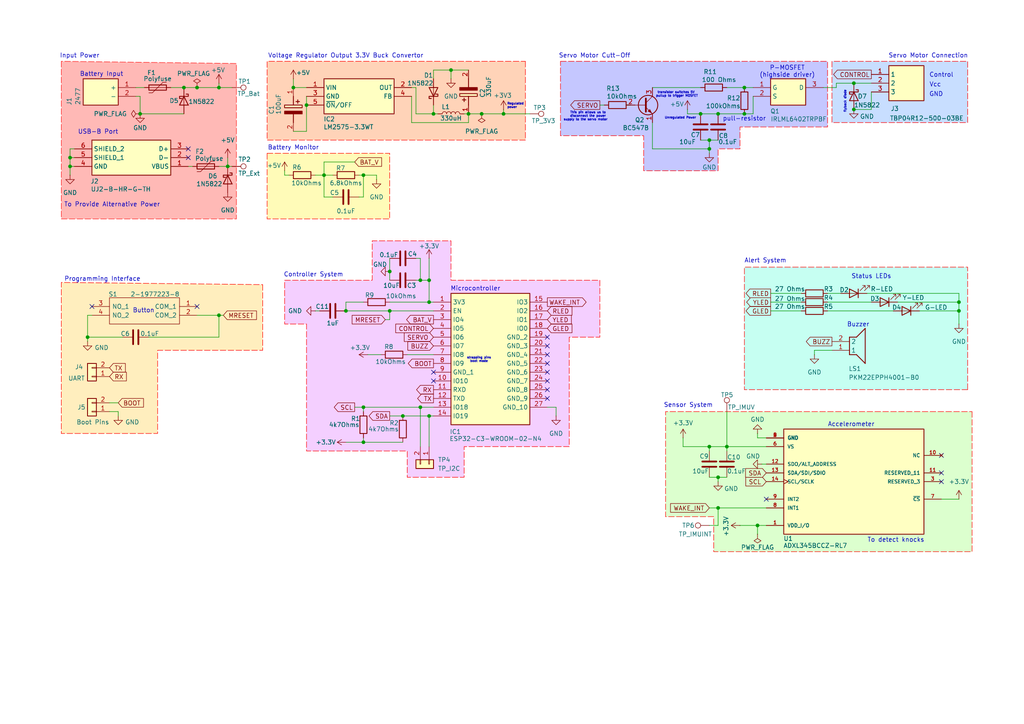
<source format=kicad_sch>
(kicad_sch (version 20250114) (generator "eeschema") (generator_version "9.0")
  (paper "A4")
  (title_block (title "KnockLockSchematic") (date "2025-11-02") (rev "2.1") (company "HSRW") (comment 1 "Group 04"))
  (text "Voltage Regulator Output 3.3V Buck Convertor\n" (at 77.724 16.256 0) (effects (font (size 1.27 1.27)) (justify left)))
  (text "Vcc\n" (at 271.272 24.638 0) (effects (font (size 1.27 1.27))))
  (text "Battery Input" (at 29.464 21.59 0) (effects (font (size 1.27 1.27))))
  (text "P-MOSFET\n(highside driver)\n" (at 228.346 20.828 0) (effects (font (size 1.27 1.27))))
  (text "Controller System\n\n" (at 90.932 80.772 0) (effects (font (size 1.27 1.27))))
  (text "To detect knocks" (at 259.842 156.718 0) (effects (font (size 1.27 1.27))))
  (text "Control\n" (at 273.05 21.844 0) (effects (font (size 1.27 1.27))))
  (text "Button" (at 41.656 90.17 0) (effects (font (size 1.27 1.27))))
  (text "Programming Interface" (at 29.718 81.026 0) (effects (font (size 1.27 1.27))))
  (text "flyback diode" (at 245.11 29.464 90) (effects (font (size 0.635 0.635))))
  (text "strapping pins\nboot mode" (at 138.938 104.394 0) (effects (font (size 0.635 0.635))))
  (text "Unregulated Power" (at 197.358 34.29 0) (effects (font (size 0.635 0.635))))
  (text "Servo Motor Cutt-Off\n" (at 172.466 16.256 0) (effects (font (size 1.27 1.27))))
  (text "Regulated \npower" (at 147.066 30.734 0) (effects (font (size 0.635 0.635)) (justify left)))
  (text "Sensor System" (at 199.644 117.602 0) (effects (font (size 1.27 1.27))))
  (text "GND\n" (at 271.526 27.432 0) (effects (font (size 1.27 1.27))))
  (text "Buzzer\n" (at 248.92 94.234 0) (effects (font (size 1.27 1.27))))
  (text "transistor switches 5V \npullup to trigger MOSFET" (at 196.342 27.432 0) (effects (font (size 0.635 0.635))))
  (text "Alert System" (at 221.996 75.692 0) (effects (font (size 1.27 1.27))))
  (text "Servo Motor Connection\n" (at 269.24 16.256 0) (effects (font (size 1.27 1.27))))
  (text "This pin allows us to \ndisconnect the power \nsupply to the servo motor" (at 176.276 33.782 0) (effects (font (size 0.635 0.635)) (justify right)))
  (text "Input Power" (at 23.114 16.256 0) (effects (font (size 1.27 1.27))))
  (text "Microcontroller" (at 137.922 83.82 0) (effects (font (size 1.27 1.27))))
  (text "Accelerometer" (at 246.888 123.19 0) (effects (font (size 1.27 1.27))))
  (text "Battery Monitor" (at 85.09 42.926 0) (effects (font (size 1.27 1.27))))
  (text "Status LEDs" (at 252.73 80.264 0) (effects (font (size 1.27 1.27))))
  (text "To Provide Alternative Power" (at 32.512 59.436 0) (effects (font (size 1.27 1.27))))
  (text "USB-B Port" (at 28.448 38.354 0) (effects (font (size 1.27 1.27))))
  (text "pull-resistor" (at 215.9 34.544 0) (effects (font (size 1.27 1.27))))
  (junction (at 116.84 120.65))
  (junction (at 278.13 87.63))
  (junction (at 57.15 25.4))
  (junction (at 40.64 33.02))
  (junction (at 139.7 33.02))
  (junction (at 121.92 81.28))
  (junction (at 20.32 48.26))
  (junction (at 208.28 33.02))
  (junction (at 105.41 128.27))
  (junction (at 219.71 152.4))
  (junction (at 88.9 30.48))
  (junction (at 124.46 81.28))
  (junction (at 85.09 25.4))
  (junction (at 247.65 31.75))
  (junction (at 66.04 48.26))
  (junction (at 208.28 138.43))
  (junction (at 105.41 50.8))
  (junction (at 63.5 91.44))
  (junction (at 278.13 90.17))
  (junction (at 105.41 118.11))
  (junction (at 20.32 45.72))
  (junction (at 25.4 97.79))
  (junction (at 146.05 33.02))
  (junction (at 93.98 50.8))
  (junction (at 63.5 25.4))
  (junction (at 130.81 20.32))
  (junction (at 100.33 90.17))
  (junction (at 203.2 33.02))
  (junction (at 113.03 78.74))
  (junction (at 113.03 90.17))
  (junction (at 121.92 118.11))
  (junction (at 124.46 87.63))
  (junction (at 135.89 33.02))
  (junction (at 208.28 147.32))
  (junction (at 215.9 25.4))
  (junction (at 205.74 43.18))
  (junction (at 205.74 129.54))
  (junction (at 125.73 33.02))
  (junction (at 210.82 129.54))
  (junction (at 247.65 24.13))
  (junction (at 205.74 40.64))
  (junction (at 124.46 120.65))
  (junction (at 53.34 25.4))
  (junction (at 215.9 33.02))
  (no_connect (at 158.75 97.79))
  (no_connect (at 54.61 43.18))
  (no_connect (at 158.75 110.49))
  (no_connect (at 26.67 88.9))
  (no_connect (at 273.05 137.16))
  (no_connect (at 158.75 113.03))
  (no_connect (at 125.73 107.95))
  (no_connect (at 158.75 102.87))
  (no_connect (at 125.73 110.49))
  (no_connect (at 54.61 45.72))
  (no_connect (at 273.05 132.08))
  (no_connect (at 158.75 105.41))
  (no_connect (at 158.75 100.33))
  (no_connect (at 158.75 107.95))
  (no_connect (at 57.15 88.9))
  (no_connect (at 222.25 144.78))
  (no_connect (at 273.05 139.7))
  (no_connect (at 158.75 115.57))
  (wire (pts (xy 25.4 97.79) (xy 35.56 97.79)))
  (wire (pts (xy 199.39 31.75) (xy 199.39 33.02)))
  (wire (pts (xy 63.5 25.4) (xy 63.5 24.13)))
  (wire (pts (xy 208.28 138.43) (xy 208.28 139.7)))
  (wire (pts (xy 240.03 85.09) (xy 243.84 85.09)))
  (wire (pts (xy 189.23 35.56) (xy 189.23 43.18)))
  (wire (pts (xy 113.03 90.17) (xy 125.73 90.17)))
  (wire (pts (xy 121.92 81.28) (xy 124.46 81.28)))
  (wire (pts (xy 215.9 25.4) (xy 218.44 25.4)))
  (wire (pts (xy 139.7 33.02) (xy 146.05 33.02)))
  (wire (pts (xy 121.92 118.11) (xy 125.73 118.11)))
  (wire (pts (xy 205.74 44.45) (xy 205.74 43.18)))
  (wire (pts (xy 85.09 38.1) (xy 88.9 38.1)))
  (wire (pts (xy 57.15 25.4) (xy 63.5 25.4)))
  (wire (pts (xy 181.61 30.48) (xy 182.88 30.48)))
  (wire (pts (xy 104.14 57.15) (xy 105.41 57.15)))
  (wire (pts (xy 208.28 138.43) (xy 210.82 138.43)))
  (wire (pts (xy 125.73 20.32) (xy 130.81 20.32)))
  (wire (pts (xy 26.67 91.44) (xy 25.4 91.44)))
  (wire (pts (xy 100.33 87.63) (xy 100.33 90.17)))
  (wire (pts (xy 40.64 33.02) (xy 53.34 33.02)))
  (wire (pts (xy 102.87 118.11) (xy 105.41 118.11)))
  (wire (pts (xy 21.59 43.18) (xy 20.32 43.18)))
  (wire (pts (xy 120.65 25.4) (xy 120.65 33.02)))
  (wire (pts (xy 105.41 127) (xy 105.41 128.27)))
  (wire (pts (xy 40.64 27.94) (xy 40.64 33.02)))
  (wire (pts (xy 242.57 24.13) (xy 247.65 24.13)))
  (wire (pts (xy 113.03 120.65) (xy 116.84 120.65)))
  (wire (pts (xy 252.73 31.75) (xy 247.65 31.75)))
  (wire (pts (xy 173.99 30.48) (xy 175.26 30.48)))
  (wire (pts (xy 82.55 49.53) (xy 82.55 50.8)))
  (wire (pts (xy 242.57 24.13) (xy 242.57 25.4)))
  (wire (pts (xy 20.32 45.72) (xy 20.32 48.26)))
  (wire (pts (xy 215.9 33.02) (xy 218.44 33.02)))
  (wire (pts (xy 25.4 97.79) (xy 25.4 99.06)))
  (wire (pts (xy 135.89 33.02) (xy 135.89 35.56)))
  (wire (pts (xy 198.12 127) (xy 198.12 129.54)))
  (wire (pts (xy 273.05 144.78) (xy 278.13 144.78)))
  (wire (pts (xy 205.74 147.32) (xy 208.28 147.32)))
  (wire (pts (xy 43.18 97.79) (xy 63.5 97.79)))
  (wire (pts (xy 64.77 91.44) (xy 63.5 91.44)))
  (wire (pts (xy 100.33 90.17) (xy 113.03 90.17)))
  (wire (pts (xy 119.38 35.56) (xy 135.89 35.56)))
  (wire (pts (xy 205.74 152.4) (xy 208.28 152.4)))
  (wire (pts (xy 203.2 33.02) (xy 208.28 33.02)))
  (wire (pts (xy 105.41 119.38) (xy 105.41 118.11)))
  (wire (pts (xy 20.32 45.72) (xy 21.59 45.72)))
  (wire (pts (xy 113.03 74.93) (xy 113.03 78.74)))
  (wire (pts (xy 189.23 43.18) (xy 205.74 43.18)))
  (wire (pts (xy 266.7 90.17) (xy 278.13 90.17)))
  (wire (pts (xy 67.31 48.26) (xy 66.04 48.26)))
  (wire (pts (xy 205.74 129.54) (xy 210.82 129.54)))
  (wire (pts (xy 208.28 147.32) (xy 222.25 147.32)))
  (wire (pts (xy 219.71 125.73) (xy 219.71 127)))
  (wire (pts (xy 161.29 118.11) (xy 161.29 120.65)))
  (wire (pts (xy 199.39 33.02) (xy 203.2 33.02)))
  (wire (pts (xy 124.46 81.28) (xy 124.46 87.63)))
  (wire (pts (xy 104.14 50.8) (xy 105.41 50.8)))
  (wire (pts (xy 53.34 25.4) (xy 57.15 25.4)))
  (wire (pts (xy 130.81 20.32) (xy 130.81 22.86)))
  (wire (pts (xy 39.37 25.4) (xy 41.91 25.4)))
  (wire (pts (xy 135.89 33.02) (xy 139.7 33.02)))
  (wire (pts (xy 100.33 128.27) (xy 105.41 128.27)))
  (wire (pts (xy 125.73 30.48) (xy 125.73 33.02)))
  (wire (pts (xy 251.46 85.09) (xy 278.13 85.09)))
  (wire (pts (xy 31.75 119.38) (xy 34.29 119.38)))
  (wire (pts (xy 102.87 46.99) (xy 93.98 46.99)))
  (wire (pts (xy 63.5 91.44) (xy 63.5 97.79)))
  (wire (pts (xy 210.82 130.81) (xy 210.82 129.54)))
  (wire (pts (xy 125.73 20.32) (xy 125.73 22.86)))
  (wire (pts (xy 219.71 152.4) (xy 222.25 152.4)))
  (wire (pts (xy 205.74 130.81) (xy 205.74 129.54)))
  (wire (pts (xy 91.44 50.8) (xy 93.98 50.8)))
  (wire (pts (xy 118.11 102.87) (xy 125.73 102.87)))
  (wire (pts (xy 124.46 120.65) (xy 124.46 129.54)))
  (wire (pts (xy 119.38 27.94) (xy 119.38 35.56)))
  (wire (pts (xy 21.59 48.26) (xy 20.32 48.26)))
  (wire (pts (xy 113.03 87.63) (xy 124.46 87.63)))
  (wire (pts (xy 210.82 119.38) (xy 210.82 129.54)))
  (wire (pts (xy 120.65 33.02) (xy 125.73 33.02)))
  (wire (pts (xy 67.31 25.4) (xy 63.5 25.4)))
  (wire (pts (xy 222.25 127) (xy 219.71 127)))
  (wire (pts (xy 223.52 90.17) (xy 232.41 90.17)))
  (wire (pts (xy 105.41 118.11) (xy 121.92 118.11)))
  (wire (pts (xy 130.81 20.32) (xy 135.89 20.32)))
  (wire (pts (xy 278.13 93.98) (xy 278.13 90.17)))
  (wire (pts (xy 121.92 81.28) (xy 121.92 74.93)))
  (wire (pts (xy 34.29 119.38) (xy 34.29 120.65)))
  (wire (pts (xy 124.46 74.93) (xy 124.46 81.28)))
  (wire (pts (xy 63.5 91.44) (xy 57.15 91.44)))
  (wire (pts (xy 146.05 31.75) (xy 146.05 33.02)))
  (wire (pts (xy 63.5 48.26) (xy 66.04 48.26)))
  (wire (pts (xy 20.32 48.26) (xy 20.32 50.8)))
  (wire (pts (xy 88.9 38.1) (xy 88.9 30.48)))
  (wire (pts (xy 85.09 22.86) (xy 85.09 25.4)))
  (wire (pts (xy 214.63 152.4) (xy 219.71 152.4)))
  (wire (pts (xy 120.65 81.28) (xy 121.92 81.28)))
  (wire (pts (xy 124.46 87.63) (xy 125.73 87.63)))
  (wire (pts (xy 105.41 128.27) (xy 116.84 128.27)))
  (wire (pts (xy 127 33.02) (xy 125.73 33.02)))
  (wire (pts (xy 34.29 116.84) (xy 31.75 116.84)))
  (wire (pts (xy 124.46 120.65) (xy 125.73 120.65)))
  (wire (pts (xy 198.12 129.54) (xy 205.74 129.54)))
  (wire (pts (xy 93.98 46.99) (xy 93.98 50.8)))
  (wire (pts (xy 93.98 57.15) (xy 93.98 50.8)))
  (wire (pts (xy 210.82 25.4) (xy 215.9 25.4)))
  (wire (pts (xy 88.9 27.94) (xy 88.9 30.48)))
  (wire (pts (xy 93.98 50.8) (xy 96.52 50.8)))
  (wire (pts (xy 109.22 50.8) (xy 109.22 52.07)))
  (wire (pts (xy 260.35 87.63) (xy 278.13 87.63)))
  (wire (pts (xy 91.44 90.17) (xy 92.71 90.17)))
  (wire (pts (xy 20.32 43.18) (xy 20.32 45.72)))
  (wire (pts (xy 189.23 25.4) (xy 203.2 25.4)))
  (wire (pts (xy 218.44 33.02) (xy 218.44 27.94)))
  (wire (pts (xy 208.28 33.02) (xy 215.9 33.02)))
  (wire (pts (xy 223.52 85.09) (xy 232.41 85.09)))
  (wire (pts (xy 96.52 57.15) (xy 93.98 57.15)))
  (wire (pts (xy 153.67 33.02) (xy 146.05 33.02)))
  (wire (pts (xy 205.74 40.64) (xy 208.28 40.64)))
  (wire (pts (xy 278.13 87.63) (xy 278.13 90.17)))
  (wire (pts (xy 25.4 91.44) (xy 25.4 97.79)))
  (wire (pts (xy 100.33 87.63) (xy 105.41 87.63)))
  (wire (pts (xy 105.41 50.8) (xy 109.22 50.8)))
  (wire (pts (xy 241.3 101.6) (xy 236.22 101.6)))
  (wire (pts (xy 113.03 81.28) (xy 113.03 78.74)))
  (wire (pts (xy 242.57 25.4) (xy 238.76 25.4)))
  (wire (pts (xy 106.68 102.87) (xy 110.49 102.87)))
  (wire (pts (xy 105.41 57.15) (xy 105.41 50.8)))
  (wire (pts (xy 158.75 118.11) (xy 161.29 118.11)))
  (wire (pts (xy 54.61 48.26) (xy 55.88 48.26)))
  (wire (pts (xy 121.92 118.11) (xy 121.92 129.54)))
  (wire (pts (xy 205.74 43.18) (xy 205.74 40.64)))
  (wire (pts (xy 135.89 33.02) (xy 134.62 33.02)))
  (wire (pts (xy 220.98 134.62) (xy 222.25 134.62)))
  (wire (pts (xy 66.04 45.72) (xy 66.04 48.26)))
  (wire (pts (xy 252.73 26.67) (xy 252.73 31.75)))
  (wire (pts (xy 49.53 25.4) (xy 53.34 25.4)))
  (wire (pts (xy 40.64 27.94) (xy 39.37 27.94)))
  (wire (pts (xy 208.28 152.4) (xy 208.28 147.32)))
  (wire (pts (xy 240.03 87.63) (xy 252.73 87.63)))
  (wire (pts (xy 236.22 101.6) (xy 236.22 102.87)))
  (wire (pts (xy 210.82 129.54) (xy 222.25 129.54)))
  (wire (pts (xy 85.09 25.4) (xy 88.9 25.4)))
  (wire (pts (xy 113.03 92.71) (xy 113.03 90.17)))
  (wire (pts (xy 119.38 25.4) (xy 120.65 25.4)))
  (wire (pts (xy 111.76 92.71) (xy 113.03 92.71)))
  (wire (pts (xy 223.52 87.63) (xy 232.41 87.63)))
  (wire (pts (xy 219.71 152.4) (xy 219.71 154.94)))
  (wire (pts (xy 208.28 138.43) (xy 205.74 138.43)))
  (wire (pts (xy 247.65 24.13) (xy 252.73 24.13)))
  (wire (pts (xy 82.55 50.8) (xy 83.82 50.8)))
  (wire (pts (xy 203.2 40.64) (xy 205.74 40.64)))
  (wire (pts (xy 278.13 85.09) (xy 278.13 87.63)))
  (wire (pts (xy 120.65 74.93) (xy 121.92 74.93)))
  (wire (pts (xy 240.03 90.17) (xy 259.08 90.17)))
  (wire (pts (xy 116.84 120.65) (xy 124.46 120.65)))
  (global_label "RLED" (shape input) (at 158.75 90.17 0) (property "Intersheetrefs" "${INTERSHEET_REFS}" (effects (hide yes))))
  (global_label "SERVO" (shape output) (at 173.99 30.48 180) (property "Intersheetrefs" "${INTERSHEET_REFS}" (effects (hide yes))))
  (global_label "BAT_V" (shape output) (at 125.73 92.71 180) (property "Intersheetrefs" "${INTERSHEET_REFS}" (effects (hide yes))))
  (global_label "SCL" (shape input) (at 222.25 139.7 180) (property "Intersheetrefs" "${INTERSHEET_REFS}" (effects (hide yes))))
  (global_label "WAKE_INT" (shape input) (at 205.74 147.32 180) (property "Intersheetrefs" "${INTERSHEET_REFS}" (effects (hide yes))))
  (global_label "RX" (shape output) (at 125.73 113.03 180) (property "Intersheetrefs" "${INTERSHEET_REFS}" (effects (hide yes))))
  (global_label "SERVO" (shape input) (at 125.73 97.79 180) (property "Intersheetrefs" "${INTERSHEET_REFS}" (effects (hide yes))))
  (global_label "CONTROL" (shape input) (at 125.73 95.25 180) (property "Intersheetrefs" "${INTERSHEET_REFS}" (effects (hide yes))))
  (global_label "MRESET" (shape input) (at 111.76 92.71 180) (property "Intersheetrefs" "${INTERSHEET_REFS}" (effects (hide yes))))
  (global_label "YLED" (shape input) (at 158.75 92.71 0) (property "Intersheetrefs" "${INTERSHEET_REFS}" (effects (hide yes))))
  (global_label "RLED" (shape output) (at 223.52 85.09 180) (property "Intersheetrefs" "${INTERSHEET_REFS}" (effects (hide yes))))
  (global_label "BOOT" (shape output) (at 125.73 105.41 180) (property "Intersheetrefs" "${INTERSHEET_REFS}" (effects (hide yes))))
  (global_label "SDA" (shape output) (at 113.03 120.65 180) (property "Intersheetrefs" "${INTERSHEET_REFS}" (effects (hide yes))))
  (global_label "TX" (shape output) (at 125.73 115.57 180) (property "Intersheetrefs" "${INTERSHEET_REFS}" (effects (hide yes))))
  (global_label "YLED" (shape output) (at 223.52 87.63 180) (property "Intersheetrefs" "${INTERSHEET_REFS}" (effects (hide yes))))
  (global_label "WAKE_INT" (shape output) (at 158.75 87.63 0) (property "Intersheetrefs" "${INTERSHEET_REFS}" (effects (hide yes))))
  (global_label "BOOT" (shape input) (at 34.29 116.84 0) (property "Intersheetrefs" "${INTERSHEET_REFS}" (effects (hide yes))))
  (global_label "SDA" (shape input) (at 222.25 137.16 180) (property "Intersheetrefs" "${INTERSHEET_REFS}" (effects (hide yes))))
  (global_label "GLED" (shape input) (at 158.75 95.25 0) (property "Intersheetrefs" "${INTERSHEET_REFS}" (effects (hide yes))))
  (global_label "MRESET" (shape input) (at 64.77 91.44 0) (property "Intersheetrefs" "${INTERSHEET_REFS}" (effects (hide yes))))
  (global_label "BUZZ" (shape output) (at 241.3 99.06 180) (property "Intersheetrefs" "${INTERSHEET_REFS}" (effects (hide yes))))
  (global_label "BUZZ" (shape input) (at 125.73 100.33 180) (property "Intersheetrefs" "${INTERSHEET_REFS}" (effects (hide yes))))
  (global_label "GLED" (shape output) (at 223.52 90.17 180) (property "Intersheetrefs" "${INTERSHEET_REFS}" (effects (hide yes))))
  (global_label "BAT_V" (shape input) (at 102.87 46.99 0) (property "Intersheetrefs" "${INTERSHEET_REFS}" (effects (hide yes))))
  (global_label "RX" (shape input) (at 31.75 109.22 0) (property "Intersheetrefs" "${INTERSHEET_REFS}" (effects (hide yes))))
  (global_label "TX" (shape input) (at 31.75 106.68 0) (property "Intersheetrefs" "${INTERSHEET_REFS}" (effects (hide yes))))
  (global_label "SCL" (shape output) (at 102.87 118.11 180) (property "Intersheetrefs" "${INTERSHEET_REFS}" (effects (hide yes))))
  (global_label "CONTROL" (shape output) (at 252.73 21.59 180) (property "Intersheetrefs" "${INTERSHEET_REFS}" (effects (hide yes))))
  (rule_area (polyline (pts (xy 17.78 17.78) (xy 17.78 63.5) (xy 68.58 63.5) (xy 68.58 18.415)) (stroke (width 0) (type dash) (color 255 29 29 1)) (fill (type color) (color 255 23 12 0.3))))
  (rule_area (polyline (pts (xy 241.3 17.78) (xy 241.3 35.56) (xy 280.67 35.56) (xy 280.67 17.78)) (stroke (width 0) (type dash)) (fill (type color) (color 74 147 255 0.3019607843))))
  (rule_area (polyline (pts (xy 162.56 17.78) (xy 240.03 17.78) (xy 240.03 36.83) (xy 214.63 36.83) (xy 214.63 43.18) (xy 208.28 43.18) (xy 208.28 49.53) (xy 186.69 49.53) (xy 186.69 39.37) (xy 162.56 39.37)) (stroke (width 0) (type dash)) (fill (type color) (color 60 67 255 0.3))))
  (rule_area (polyline (pts (xy 281.94 119.38) (xy 281.94 160.02) (xy 207.01 160.02) (xy 207.01 149.86) (xy 193.04 149.86) (xy 193.04 119.38)) (stroke (width 0) (type dash)) (fill (type color) (color 138 255 90 0.3))))
  (rule_area (polyline (pts (xy 82.55 81.28) (xy 107.95 81.28) (xy 107.95 69.85) (xy 130.81 69.85) (xy 130.81 81.28) (xy 173.99 81.28) (xy 173.99 97.79) (xy 165.1 97.79) (xy 165.1 129.54) (xy 134.62 129.54) (xy 134.62 138.43) (xy 118.11 138.43) (xy 118.11 130.81) (xy 88.9 130.81) (xy 88.9 129.54) (xy 88.9 93.98) (xy 82.55 93.98)) (stroke (width 0) (type dash)) (fill (type color) (color 217 94 255 0.3))))
  (rule_area (polyline (pts (xy 77.47 44.45) (xy 113.03 44.45) (xy 113.03 63.5) (xy 77.47 63.5)) (stroke (width 0) (type dash)) (fill (type color) (color 255 240 18 0.3))))
  (rule_area (polyline (pts (xy 76.2 82.55) (xy 76.2 101.6) (xy 45.72 101.6) (xy 45.72 125.73) (xy 17.78 125.73) (xy 17.78 123.825) (xy 17.78 81.915)) (stroke (width 0) (type dash)) (fill (type color) (color 255 196 39 0.3))))
  (rule_area (polyline (pts (xy 280.67 113.03) (xy 215.9 113.03) (xy 215.9 77.47) (xy 280.67 77.47)) (stroke (width 0) (type dash)) (fill (type color) (color 66 255 212 0.3))))
  (rule_area (polyline (pts (xy 152.4 17.78) (xy 152.4 40.64) (xy 77.47 40.64) (xy 77.47 17.78)) (stroke (width 0) (type dash)) (fill (type color) (color 255 109 17 0.3))))
  (symbol (lib_id "power:GND") (at 278.13 93.98 0) (unit 1)
    (property "Reference" "#PWR024" (effects (hide yes)))
    (property "Value" "GND" (at 278.13 99.06 0))
    (property "Description" "Power symbol creates a global label with name \"GND\" , ground" (effects (hide yes)))
  )
  (symbol (lib_id "SamacSys_Parts:EEU-FC1C101H") (at 85.09 25.4 270) (unit 1)
    (property "Reference" "C1" (at 78.74 30.48 0) (effects (justify left)))
    (property "Value" "100uF" (at 80.772 27.178 0) (effects (justify left)))
    (property "Footprint" "SamacSys_Parts:CAPPRD250W55D630H1220" (effects (hide yes)))
    (property "Datasheet" "http://industrial.panasonic.com/cdbs/www-data/pdf/RDF0000/ABA0000C1209.pdf" (effects (hide yes)))
    (property "Description" "Aluminium Electrolytic Capacitor, Radial Lead, AEC-Q200, 105?C" (effects (hide yes)))
    (property "Height" "12.2" (effects (hide yes)))
    (property "Mouser Part Number" "667-EEU-FC1C101H" (effects (hide yes)))
    (property "Mouser Price/Stock" "https://www.mouser.co.uk/ProductDetail/Panasonic/EEU-FC1C101H?qs=%2FC1U95aQ15szP%252BXx0reJVg%3D%3D" (effects (hide yes)))
    (property "Manufacturer_Name" "Panasonic" (effects (hide yes)))
    (property "Manufacturer_Part_Number" "EEU-FC1C101H" (effects (hide yes)))
  )
  (symbol (lib_id "Device:C") (at 210.82 134.62 180) (unit 1)
    (property "Reference" "C10" (at 212.852 132.588 0))
    (property "Value" "0.1uF" (at 213.614 136.652 0))
    (property "Footprint" "Capacitor_THT:C_Rect_L4.0mm_W2.5mm_P2.50mm" (effects (hide yes)))
    (property "Description" "Unpolarized capacitor" (effects (hide yes)))
  )
  (symbol (lib_id "power:+3.3V") (at 198.12 127 0) (unit 1)
    (property "Reference" "#PWR026" (effects (hide yes)))
    (property "Value" "+3.3V" (at 198.12 122.682 0))
    (property "Description" "Power symbol creates a global label with name \"+3.3V\"" (effects (hide yes)))
  )
  (symbol (lib_id "power:GND") (at 91.44 90.17 270) (unit 1)
    (property "Reference" "#PWR08" (effects (hide yes)))
    (property "Value" "GND" (at 87.63 90.1699 90) (effects (justify right)))
    (property "Description" "Power symbol creates a global label with name \"GND\" , ground" (effects (hide yes)))
  )
  (symbol (lib_id "Transistor_BJT:2N3904") (at 186.69 30.48 0) (unit 1)
    (property "Reference" "Q2" (at 184.15 34.798 0) (effects (justify left)))
    (property "Value" "BC547B" (at 180.594 37.084 0) (effects (justify left)))
    (property "Footprint" "Package_TO_SOT_THT:TO-92_HandSolder" (effects (hide yes)))
    (property "Datasheet" "https://www.onsemi.com/pub/Collateral/2N3903-D.PDF" (effects (hide yes)))
    (property "Description" "0.2A Ic, 40V Vce, Small Signal NPN Transistor, TO-92" (effects (hide yes)))
  )
  (symbol (lib_id "Device:R") (at 236.22 90.17 90) (unit 1)
    (property "Reference" "R5" (at 240.284 88.9 90))
    (property "Value" "27 Ohms" (at 229.108 88.9 90))
    (property "Footprint" "SamacSys_Parts:RESAD1590W60L630D240" (effects (hide yes)))
    (property "Description" "Resistor" (effects (hide yes)))
  )
  (symbol (lib_id "SamacSys_Parts:TBP04R12-500-03BE") (at 252.73 21.59 0) (unit 1)
    (property "Reference" "J3" (at 258.318 31.496 0) (effects (justify left)))
    (property "Value" "TBP04R12-500-03BE" (at 258.064 34.29 0) (effects (justify left)))
    (property "Footprint" "SamacSys_Parts:TBP04R1250003BE" (effects (hide yes)))
    (property "Datasheet" "https://www.sameskydevices.com/product/resource/tbp04r12-500.pdf" (effects (hide yes)))
    (property "Description" "3 Position Terminal Block Header, Male Pins, Shrouded (4 Side) 0.197\" (5.00mm) 90, Right Angle Through Hole" (effects (hide yes)))
    (property "Height" "8.8" (effects (hide yes)))
    (property "Mouser Part Number" "179-TBP04R12-50003BE" (effects (hide yes)))
    (property "Mouser Price/Stock" "https://www.mouser.co.uk/ProductDetail/CUI-Devices/TBP04R12-500-03BE?qs=TCDPyi3sCW0NaxY6tKwPhA%3D%3D" (effects (hide yes)))
    (property "Manufacturer_Name" "Same Sky" (effects (hide yes)))
    (property "Manufacturer_Part_Number" "TBP04R12-500-03BE" (effects (hide yes)))
  )
  (symbol (lib_id "power:GND") (at 25.4 99.06 0) (unit 1)
    (property "Reference" "#PWR032" (effects (hide yes)))
    (property "Value" "GND" (at 29.464 100.838 0))
    (property "Description" "Power symbol creates a global label with name \"GND\" , ground" (effects (hide yes)))
  )
  (symbol (lib_id "Device:Polyfuse") (at 45.72 25.4 90) (unit 1)
    (property "Reference" "F1" (at 43.942 21.082 90))
    (property "Value" "Polyfuse" (at 45.72 22.86 90))
    (property "Footprint" "Fuse:Fuse_BelFuse_0ZRE0012FF_L8.3mm_W3.8mm" (effects (hide yes)))
    (property "Description" "Resettable fuse, polymeric positive temperature coefficient" (effects (hide yes)))
  )
  (symbol (lib_id "Connector_Generic:Conn_01x02") (at 124.46 134.62 270) (unit 1)
    (property "Reference" "TP4" (at 127 133.3499 90) (effects (justify left)))
    (property "Value" "TP_I2C" (at 127 135.8899 90) (effects (justify left)))
    (property "Footprint" "Connector_PinHeader_2.54mm:PinHeader_1x02_P2.54mm_Vertical" (effects (hide yes)))
    (property "Description" "Generic connector, single row, 01x02, script generated (kicad-library-utils/schlib/autogen/connector/)" (effects (hide yes)))
  )
  (symbol (lib_id "power:GND") (at 109.22 52.07 0) (unit 1)
    (property "Reference" "#PWR07" (effects (hide yes)))
    (property "Value" "GND" (at 109.22 57.15 0))
    (property "Description" "Power symbol creates a global label with name \"GND\" , ground" (effects (hide yes)))
  )
  (symbol (lib_id "power:GND") (at 219.71 125.73 180) (unit 1)
    (property "Reference" "#PWR025" (effects (hide yes)))
    (property "Value" "GND" (at 219.71 121.666 0))
    (property "Description" "Power symbol creates a global label with name \"GND\" , ground" (effects (hide yes)))
  )
  (symbol (lib_id "power:GND") (at 20.32 50.8 0) (unit 1)
    (property "Reference" "#PWR09" (effects (hide yes)))
    (property "Value" "GND" (at 20.32 55.88 0))
    (property "Description" "Power symbol creates a global label with name \"GND\" , ground" (effects (hide yes)))
  )
  (symbol (lib_id "SamacSys_Parts:PKM22EPPH4001-B0") (at 241.3 99.06 0) (unit 1)
    (property "Reference" "LS1" (at 246.126 106.934 0) (effects (justify left)))
    (property "Value" "PKM22EPPH4001-B0" (at 246.126 109.474 0) (effects (justify left)))
    (property "Footprint" "PKM22EPPH4001B0" (effects (hide yes)))
    (property "Datasheet" "https://www.murata.com/products/productdata/8801054064670/SPEC-PKM22EPPH4001-B0.pdf?1517839211000" (effects (hide yes)))
    (property "Description" "Buzzers Transducer, Externally Driven Piezo 1.5 V 4kHz 75dB @ 1.5V, 10cm Through Hole PC Pins" (effects (hide yes)))
    (property "Height" "10.7" (effects (hide yes)))
    (property "Mouser Part Number" "81-PKM22EPPH4001-B0" (effects (hide yes)))
    (property "Mouser Price/Stock" "https://www.mouser.co.uk/ProductDetail/Murata-Electronics/PKM22EPPH4001-B0?qs=flZjIlU0hx2Fke4m2iZ9MA%3D%3D" (effects (hide yes)))
    (property "Manufacturer_Name" "Murata Electronics" (effects (hide yes)))
    (property "Manufacturer_Part_Number" "PKM22EPPH4001-B0" (effects (hide yes)))
  )
  (symbol (lib_id "Connector:TestPoint") (at 205.74 152.4 90) (unit 1)
    (property "Reference" "TP6" (at 199.644 152.4 90))
    (property "Value" "TP_IMUINT" (at 201.676 154.94 90))
    (property "Footprint" "Connector_PinSocket_2.54mm:PinSocket_1x01_P2.54mm_Vertical" (effects (hide yes)))
    (property "Description" "test point" (effects (hide yes)))
  )
  (symbol (lib_id "power:+5V") (at 63.5 24.13 0) (unit 1)
    (property "Reference" "#PWR04" (effects (hide yes)))
    (property "Value" "+5V" (at 63.246 20.32 0))
    (property "Description" "Power symbol creates a global label with name \"+5V\"" (effects (hide yes)))
  )
  (symbol (lib_id "Device:LED") (at 247.65 85.09 180) (unit 1)
    (property "Reference" "D2" (at 244.856 84.074 0))
    (property "Value" "R-LED" (at 255.778 83.82 0))
    (property "Footprint" "LED_THT:LED_D3.0mm" (effects (hide yes)))
    (property "Description" "Light emitting diode" (effects (hide yes)))
    (property "Sim.Pins" "1=K 2=A" (effects (hide yes)))
  )
  (symbol (lib_id "Device:R") (at 207.01 25.4 90) (unit 1)
    (property "Reference" "R11" (at 205.994 20.828 90))
    (property "Value" "100 Ohms" (at 208.534 23.114 90))
    (property "Footprint" "SamacSys_Parts:RESAD1590W60L630D240" (effects (hide yes)))
    (property "Description" "Resistor" (effects (hide yes)))
  )
  (symbol (lib_id "Device:LED") (at 256.54 87.63 180) (unit 1)
    (property "Reference" "D3" (at 253.746 86.614 0))
    (property "Value" "Y-LED" (at 264.922 86.36 0))
    (property "Footprint" "LED_THT:LED_D3.0mm" (effects (hide yes)))
    (property "Description" "Light emitting diode" (effects (hide yes)))
    (property "Sim.Pins" "1=K 2=A" (effects (hide yes)))
  )
  (symbol (lib_id "power:+3.3V") (at 214.63 152.4 90) (unit 1)
    (property "Reference" "#PWR027" (effects (hide yes)))
    (property "Value" "+3.3V" (at 210.566 152.654 0))
    (property "Description" "Power symbol creates a global label with name \"+3.3V\"" (effects (hide yes)))
  )
  (symbol (lib_id "Device:C") (at 205.74 134.62 180) (unit 1)
    (property "Reference" "C9" (at 204.216 132.334 0))
    (property "Value" "10uF" (at 203.2 136.652 0))
    (property "Footprint" "Capacitor_THT:C_Radial_D5.0mm_H11.0mm_P2.00mm" (effects (hide yes)))
    (property "Description" "Unpolarized capacitor" (effects (hide yes)))
  )
  (symbol (lib_id "power:+3.3V") (at 278.13 144.78 0) (unit 1)
    (property "Reference" "#PWR028" (effects (hide yes)))
    (property "Value" "+3.3V" (at 278.13 139.7 0))
    (property "Description" "Power symbol creates a global label with name \"+3.3V\"" (effects (hide yes)))
  )
  (symbol (lib_id "Device:R") (at 87.63 50.8 90) (unit 1)
    (property "Reference" "R6" (at 86.106 48.514 90))
    (property "Value" "10kOhms" (at 88.9 53.086 90))
    (property "Footprint" "SamacSys_Parts:RESAD1590W60L630D240" (effects (hide yes)))
    (property "Description" "Resistor" (effects (hide yes)))
  )
  (symbol (lib_id "Diode:1N5822") (at 247.65 27.94 270) (unit 1)
    (property "Reference" "D7" (at 251.46 27.94 90) (effects (justify right)))
    (property "Value" "1N5822" (at 255.27 30.48 90) (effects (justify right)))
    (property "Footprint" "Diode_THT:D_DO-201AD_P15.24mm_Horizontal" (effects (hide yes)))
    (property "Datasheet" "http://www.vishay.com/docs/88526/1n5820.pdf" (effects (hide yes)))
    (property "Description" "40V 3A Schottky Barrier Rectifier Diode, DO-201AD" (effects (hide yes)))
  )
  (symbol (lib_id "Device:R") (at 105.41 123.19 180) (unit 1)
    (property "Reference" "R1" (at 103.124 121.412 0))
    (property "Value" "4k7Ohms" (at 99.822 123.19 0))
    (property "Footprint" "SamacSys_Parts:RESAD1590W60L630D240" (effects (hide yes)))
    (property "Description" "Resistor" (effects (hide yes)))
  )
  (symbol (lib_id "Device:R") (at 179.07 30.48 90) (unit 1)
    (property "Reference" "R13" (at 177.8 25.654 90))
    (property "Value" "10kOhms" (at 180.34 27.94 90))
    (property "Footprint" "SamacSys_Parts:RESAD1590W60L630D240" (effects (hide yes)))
    (property "Description" "Resistor" (effects (hide yes)))
  )
  (symbol (lib_id "Device:R") (at 100.33 50.8 90) (unit 1)
    (property "Reference" "R7" (at 98.806 48.768 90))
    (property "Value" "6.8kOhms" (at 100.33 53.086 90))
    (property "Footprint" "SamacSys_Parts:RESAD1590W60L630D240" (effects (hide yes)))
    (property "Description" "Resistor" (effects (hide yes)))
  )
  (symbol (lib_id "SamacSys_Parts:IRLML6402TRPBF") (at 218.44 25.4 0) (unit 1)
    (property "Reference" "Q1" (at 224.79 32.258 0))
    (property "Value" "IRLML6402TRPBF" (at 231.648 34.544 0))
    (property "Footprint" "SamacSys_Parts:SOT95P237X112-3N" (effects (hide yes)))
    (property "Datasheet" "http://www.infineon.com/dgdl/irlml6402pbf.pdf?fileId=5546d462533600a401535668d5c2263c" (effects (hide yes)))
    (property "Description" "MOSFET MOSFT P-Ch -3.7A 65mOhm 8nC Log Lvl" (effects (hide yes)))
    (property "Height" "1.12" (effects (hide yes)))
    (property "Mouser Part Number" "942-IRLML6402TRPBF" (effects (hide yes)))
    (property "Mouser Price/Stock" "https://www.mouser.co.uk/ProductDetail/Infineon-Technologies/IRLML6402TRPBF?qs=9%252BKlkBgLFf0HuZuONx2Ewg%3D%3D" (effects (hide yes)))
    (property "Manufacturer_Name" "Infineon" (effects (hide yes)))
    (property "Manufacturer_Part_Number" "IRLML6402TRPBF" (effects (hide yes)))
  )
  (symbol (lib_id "Connector_Generic:Conn_01x02") (at 26.67 109.22 180) (unit 1)
    (property "Reference" "J4" (at 24.13 106.426 0) (effects (justify left)))
    (property "Value" "UART" (at 24.638 109.728 0) (effects (justify left)))
    (property "Footprint" "Connector_PinHeader_2.54mm:PinHeader_1x02_P2.54mm_Vertical" (effects (hide yes)))
    (property "Description" "Generic connector, single row, 01x02, script generated (kicad-library-utils/schlib/autogen/connector/)" (effects (hide yes)))
  )
  (symbol (lib_id "Device:C") (at 116.84 81.28 90) (unit 1)
    (property "Reference" "C3" (at 119.38 82.804 90))
    (property "Value" "10uF" (at 113.538 82.804 90))
    (property "Footprint" "Capacitor_THT:C_Radial_D5.0mm_H11.0mm_P2.00mm" (effects (hide yes)))
    (property "Description" "Unpolarized capacitor" (effects (hide yes)))
  )
  (symbol (lib_id "Device:C") (at 39.37 97.79 90) (unit 1)
    (property "Reference" "C6" (at 36.322 96.774 90))
    (property "Value" "0.1uF" (at 43.434 96.774 90))
    (property "Footprint" "Capacitor_THT:C_Rect_L4.0mm_W2.5mm_P2.50mm" (effects (hide yes)))
    (property "Description" "Unpolarized capacitor" (effects (hide yes)))
  )
  (symbol (lib_id "SamacSys_Parts:LM2575-3.3WT") (at 88.9 25.4 0) (unit 1)
    (property "Reference" "IC2" (at 95.504 34.544 0))
    (property "Value" "LM2575-3.3WT" (at 101.092 36.83 0))
    (property "Footprint" "SamacSys_Parts:LM257533WT" (effects (hide yes)))
    (property "Datasheet" "https://ww1.microchip.com/downloads/en/DeviceDoc/lm2575.pdf" (effects (hide yes)))
    (property "Description" "Switching Voltage Regulators 1A Step-Down SMPS Regulator" (effects (hide yes)))
    (property "Height" "15.113" (effects (hide yes)))
    (property "Mouser Part Number" "998-LM2575-3.3WT" (effects (hide yes)))
    (property "Mouser Price/Stock" "https://www.mouser.co.uk/ProductDetail/Microchip-Technology/LM2575-3.3WT?qs=kh6iOki%2FeLFAZSEMjMNbiQ%3D%3D" (effects (hide yes)))
    (property "Manufacturer_Name" "Microchip" (effects (hide yes)))
    (property "Manufacturer_Part_Number" "LM2575-3.3WT" (effects (hide yes)))
  )
  (symbol (lib_id "power:GND") (at 247.65 31.75 0) (unit 1)
    (property "Reference" "#PWR015" (effects (hide yes)))
    (property "Value" "GND" (at 251.46 33.782 0))
    (property "Description" "Power symbol creates a global label with name \"GND\" , ground" (effects (hide yes)))
  )
  (symbol (lib_id "Connector:TestPoint") (at 153.67 33.02 270) (unit 1)
    (property "Reference" "TP3" (at 154.686 31.242 90) (effects (justify left)))
    (property "Value" "TP_3V3" (at 154.178 35.052 90) (effects (justify left)))
    (property "Footprint" "TestPoint:TestPoint_Pad_D1.5mm" (effects (hide yes)))
    (property "Description" "test point" (effects (hide yes)))
  )
  (symbol (lib_id "2-1977223-8:2-1977223-8") (at 26.67 88.9 0) (unit 1)
    (property "Reference" "S1" (at 32.766 85.344 0))
    (property "Value" "2-1977223-8" (at 44.958 85.344 0))
    (property "Footprint" "2-1977223-8:219772238" (effects (hide yes)))
    (property "Datasheet" "https://www.te.com/en/product-2-1977223-8.html" (effects (hide yes)))
    (property "Description" "Tactile Switches 6MM ACTSMT 160gf TACT SWITCH" (effects (hide yes)))
    (property "Description_1" "Tactile Switches 6MM ACTSMT 160gf TACT SWITCH" (effects (hide yes)))
    (property "Height" "13.35" (effects (hide yes)))
    (property "Mouser Part Number" "506-2-1977223-8" (effects (hide yes)))
    (property "Mouser Price/Stock" "https://www.mouser.co.uk/ProductDetail/TE-Connectivity-PB/2-1977223-8?qs=WwRK9Mn48WC%252B3bZnlicO2g%3D%3D" (effects (hide yes)))
    (property "Manufacturer_Name" "TE Connectivity" (effects (hide yes)))
    (property "Manufacturer_Part_Number" "2-1977223-8" (effects (hide yes)))
  )
  (symbol (lib_id "Connector:TestPoint") (at 67.31 25.4 270) (unit 1)
    (property "Reference" "TP1" (at 69.088 23.622 90) (effects (justify left)))
    (property "Value" "TP_Bat" (at 68.834 27.178 90) (effects (justify left)))
    (property "Footprint" "TestPoint:TestPoint_Pad_D1.5mm" (effects (hide yes)))
    (property "Description" "test point" (effects (hide yes)))
  )
  (symbol (lib_id "power:+3.3V") (at 106.68 102.87 90) (unit 1)
    (property "Reference" "#PWR031" (effects (hide yes)))
    (property "Value" "+3.3V" (at 104.394 100.838 90))
    (property "Description" "Power symbol creates a global label with name \"+3.3V\"" (effects (hide yes)))
  )
  (symbol (lib_id "SamacSys_Parts:2477") (at 39.37 27.94 180) (unit 1)
    (property "Reference" "J1" (at 20.066 28.194 90) (effects (justify left)))
    (property "Value" "2477" (at 22.606 25.4 90) (effects (justify left)))
    (property "Footprint" "SamacSys_Parts:2477" (effects (hide yes)))
    (property "Datasheet" "https://www.keyelco.com/product-pdf.cfm?p=1039" (effects (hide yes)))
    (property "Description" "Cylindrical Battery Contacts, Clips, Holders & Springs 4AA PLASTIC HOLDER" (effects (hide yes)))
    (property "Height" "17.01" (effects (hide yes)))
    (property "Mouser Part Number" "534-2477" (effects (hide yes)))
    (property "Mouser Price/Stock" "https://www.mouser.co.uk/ProductDetail/Keystone-Electronics/2477?qs=Q3RoVmURDolEbXnNenQutg%3D%3D" (effects (hide yes)))
    (property "Manufacturer_Name" "Keystone Electronics" (effects (hide yes)))
    (property "Manufacturer_Part_Number" "2477" (effects (hide yes)))
  )
  (symbol (lib_id "power:GND") (at 161.29 120.65 0) (unit 1)
    (property "Reference" "#PWR014" (effects (hide yes)))
    (property "Value" "GND" (at 161.29 125.73 0))
    (property "Description" "Power symbol creates a global label with name \"GND\" , ground" (effects (hide yes)))
  )
  (symbol (lib_id "Device:R") (at 215.9 29.21 0) (unit 1)
    (property "Reference" "R12" (at 210.82 28.448 0) (effects (justify left)))
    (property "Value" "100kOhms" (at 204.724 30.734 0) (effects (justify left)))
    (property "Footprint" "SamacSys_Parts:RESAD1590W60L630D240" (effects (hide yes)))
    (property "Description" "Resistor" (effects (hide yes)))
  )
  (symbol (lib_id "power:GND") (at 205.74 44.45 0) (unit 1)
    (property "Reference" "#PWR016" (effects (hide yes)))
    (property "Value" "GND" (at 205.74 48.514 0))
    (property "Description" "Power symbol creates a global label with name \"GND\" , ground" (effects (hide yes)))
  )
  (symbol (lib_id "power:GND") (at 40.64 33.02 0) (unit 1)
    (property "Reference" "#PWR01" (effects (hide yes)))
    (property "Value" "GND" (at 40.64 37.084 0))
    (property "Description" "Power symbol creates a global label with name \"GND\" , ground" (effects (hide yes)))
  )
  (symbol (lib_id "Diode:1N5822") (at 125.73 26.67 90) (unit 1)
    (property "Reference" "D1" (at 122.936 21.844 90) (effects (justify right)))
    (property "Value" "1N5822" (at 118.11 24.13 90) (effects (justify right)))
    (property "Footprint" "Diode_THT:D_DO-201AD_P15.24mm_Horizontal" (effects (hide yes)))
    (property "Datasheet" "http://www.vishay.com/docs/88526/1n5820.pdf" (effects (hide yes)))
    (property "Description" "40V 3A Schottky Barrier Rectifier Diode, DO-201AD" (effects (hide yes)))
  )
  (symbol (lib_id "Device:Polyfuse") (at 59.69 48.26 90) (unit 1)
    (property "Reference" "F2" (at 57.912 43.942 90))
    (property "Value" "Polyfuse" (at 60.706 45.974 90))
    (property "Footprint" "Fuse:Fuse_BelFuse_0ZRE0012FF_L8.3mm_W3.8mm" (effects (hide yes)))
    (property "Description" "Resettable fuse, polymeric positive temperature coefficient" (effects (hide yes)))
  )
  (symbol (lib_id "power:GND") (at 66.04 55.88 0) (unit 1)
    (property "Reference" "#PWR02" (effects (hide yes)))
    (property "Value" "GND" (at 66.04 60.96 0))
    (property "Description" "Power symbol creates a global label with name \"GND\" , ground" (effects (hide yes)))
  )
  (symbol (lib_id "power:PWR_FLAG") (at 40.64 33.02 90) (unit 1)
    (property "Reference" "#FLG05" (effects (hide yes)))
    (property "Value" "PWR_FLAG" (at 36.83 33.0199 90) (effects (justify left)))
    (property "Description" "Special symbol for telling ERC where power comes from" (effects (hide yes)))
  )
  (symbol (lib_id "ADXL345BCCZ-RL7:ADXL345BCCZ-RL7") (at 247.65 139.7 180) (unit 1)
    (property "Reference" "U1" (at 228.6 156.21 0))
    (property "Value" "ADXL345BCCZ-RL7" (at 236.474 158.242 0))
    (property "Footprint" "ADXL345BCCZ-RL7:PQFN80P500X300X100-14N" (effects (hide yes)))
    (property "MF" "Analog Devices" (effects (hide yes)))
    (property "SNAPEDA_PACKAGE_ID" "105924" (effects (hide yes)))
    (property "MAXIMUM_PACKAGE_HEIGHT" "1 mm" (effects (hide yes)))
    (property "Price" "None" (effects (hide yes)))
    (property "Package" "LGA -14 Analog Devices" (effects (hide yes)))
    (property "Check_prices" "https://www.snapeda.com/parts/ADXL345BCCZ-RL7/Analog+Devices/view-part/?ref=eda" (effects (hide yes)))
    (property "STANDARD" "IPC 7351B" (effects (hide yes)))
    (property "PARTREV" "B" (effects (hide yes)))
    (property "SnapEDA_Link" "https://www.snapeda.com/parts/ADXL345BCCZ-RL7/Analog+Devices/view-part/?ref=snap" (effects (hide yes)))
    (property "MP" "ADXL345BCCZ-RL7" (effects (hide yes)))
    (property "Description_1" "3-Axis, ±2 g/±4 g/±8 g/±16 g Digital Accelerometer" (effects (hide yes)))
    (property "MANUFACTURER" "Analog Devices" (effects (hide yes)))
    (property "Availability" "In Stock" (effects (hide yes)))
    (property "SNAPEDA_PN" "ADXL345BCCZ-RL7" (effects (hide yes)))
  )
  (symbol (lib_id "Device:C") (at 208.28 36.83 180) (unit 1)
    (property "Reference" "C8" (at 209.804 39.37 0))
    (property "Value" "0.1uF" (at 211.074 41.148 0))
    (property "Footprint" "Capacitor_THT:C_Rect_L4.0mm_W2.5mm_P2.50mm" (effects (hide yes)))
    (property "Description" "Unpolarized capacitor" (effects (hide yes)))
  )
  (symbol (lib_id "Connector_Generic:Conn_01x02") (at 26.67 119.38 180) (unit 1)
    (property "Reference" "J5" (at 23.622 118.11 0))
    (property "Value" "Boot Pins" (at 26.924 122.428 0))
    (property "Footprint" "Connector_PinHeader_2.54mm:PinHeader_1x02_P2.54mm_Vertical" (effects (hide yes)))
    (property "Description" "Generic connector, single row, 01x02, script generated (kicad-library-utils/schlib/autogen/connector/)" (effects (hide yes)))
  )
  (symbol (lib_id "Device:R") (at 116.84 124.46 180) (unit 1)
    (property "Reference" "R2" (at 114.3 122.682 0))
    (property "Value" "4k7Ohms" (at 111.252 124.46 0))
    (property "Footprint" "SamacSys_Parts:RESAD1590W60L630D240" (effects (hide yes)))
    (property "Description" "Resistor" (effects (hide yes)))
  )
  (symbol (lib_id "Connector:TestPoint") (at 210.82 119.38 0) (unit 1)
    (property "Reference" "TP5" (at 209.042 114.554 0) (effects (justify left)))
    (property "Value" "TP_IMUV" (at 211.074 118.11 0) (effects (justify left)))
    (property "Footprint" "TestPoint:TestPoint_Pad_D1.5mm" (effects (hide yes)))
    (property "Description" "test point" (effects (hide yes)))
  )
  (symbol (lib_id "power:+3V3") (at 146.05 31.75 0) (unit 1)
    (property "Reference" "#PWR021" (effects (hide yes)))
    (property "Value" "+3V3" (at 145.796 27.686 0))
    (property "Description" "Power symbol creates a global label with name \"+3V3\"" (effects (hide yes)))
  )
  (symbol (lib_id "Device:C") (at 116.84 74.93 90) (unit 1)
    (property "Reference" "C4" (at 119.634 73.66 90))
    (property "Value" "0.1uF" (at 112.776 73.914 90))
    (property "Footprint" "Capacitor_THT:C_Rect_L4.0mm_W2.5mm_P2.50mm" (effects (hide yes)))
    (property "Description" "Unpolarized capacitor" (effects (hide yes)))
  )
  (symbol (lib_id "power:+5V") (at 85.09 22.86 0) (unit 1)
    (property "Reference" "#PWR017" (effects (hide yes)))
    (property "Value" "+5V" (at 87.884 21.082 0))
    (property "Description" "Power symbol creates a global label with name \"+5V\"" (effects (hide yes)))
  )
  (symbol (lib_id "Device:C") (at 203.2 36.83 180) (unit 1)
    (property "Reference" "C7" (at 201.676 39.116 0))
    (property "Value" "10uF" (at 199.39 41.148 0))
    (property "Footprint" "Capacitor_THT:C_Radial_D5.0mm_H11.0mm_P2.00mm" (effects (hide yes)))
    (property "Description" "Unpolarized capacitor" (effects (hide yes)))
  )
  (symbol (lib_id "power:PWR_FLAG") (at 219.71 154.94 180) (unit 1)
    (property "Reference" "#FLG01" (effects (hide yes)))
    (property "Value" "PWR_FLAG" (at 219.71 158.75 0))
    (property "Description" "Special symbol for telling ERC where power comes from" (effects (hide yes)))
  )
  (symbol (lib_id "power:GND") (at 34.29 120.65 0) (unit 1)
    (property "Reference" "#PWR011" (effects (hide yes)))
    (property "Value" "GND" (at 38.354 122.428 0))
    (property "Description" "Power symbol creates a global label with name \"GND\" , ground" (effects (hide yes)))
  )
  (symbol (lib_id "power:GND") (at 208.28 139.7 0) (unit 1)
    (property "Reference" "#PWR05" (effects (hide yes)))
    (property "Value" "GND" (at 214.122 141.732 0) (effects (justify right)))
    (property "Description" "Power symbol creates a global label with name \"GND\" , ground" (effects (hide yes)))
  )
  (symbol (lib_id "Device:C") (at 100.33 57.15 90) (unit 1)
    (property "Reference" "C5" (at 97.028 55.88 90))
    (property "Value" "0.1uF" (at 100.33 61.214 90))
    (property "Footprint" "Capacitor_THT:C_Rect_L4.0mm_W2.5mm_P2.50mm" (effects (hide yes)))
    (property "Description" "Unpolarized capacitor" (effects (hide yes)))
  )
  (symbol (lib_id "power:GND") (at 220.98 134.62 270) (unit 1)
    (property "Reference" "#PWR06" (effects (hide yes)))
    (property "Value" "GND" (at 220.472 132.334 90) (effects (justify right)))
    (property "Description" "Power symbol creates a global label with name \"GND\" , ground" (effects (hide yes)))
  )
  (symbol (lib_id "power:+5V") (at 199.39 31.75 0) (unit 1)
    (property "Reference" "#PWR020" (effects (hide yes)))
    (property "Value" "+5V" (at 196.342 30.226 0))
    (property "Description" "Power symbol creates a global label with name \"+5V\"" (effects (hide yes)))
  )
  (symbol (lib_id "Device:R") (at 236.22 85.09 90) (unit 1)
    (property "Reference" "R3" (at 240.284 83.82 90))
    (property "Value" "27 Ohms" (at 229.108 83.82 90))
    (property "Footprint" "SamacSys_Parts:RESAD1590W60L630D240" (effects (hide yes)))
    (property "Description" "Resistor" (effects (hide yes)))
  )
  (symbol (lib_id "power:+5V") (at 82.55 49.53 0) (unit 1)
    (property "Reference" "#PWR023" (effects (hide yes)))
    (property "Value" "+5V" (at 79.502 48.006 0))
    (property "Description" "Power symbol creates a global label with name \"+5V\"" (effects (hide yes)))
  )
  (symbol (lib_id "Device:C") (at 96.52 90.17 270) (unit 1)
    (property "Reference" "C11" (at 93.472 88.9 90))
    (property "Value" "1uF" (at 96.52 93.726 90))
    (property "Footprint" "Capacitor_THT:C_Radial_D4.0mm_H7.0mm_P1.50mm" (effects (hide yes)))
    (property "Description" "Unpolarized capacitor" (effects (hide yes)))
  )
  (symbol (lib_id "Device:R") (at 236.22 87.63 90) (unit 1)
    (property "Reference" "R4" (at 240.284 86.36 90))
    (property "Value" "27 Ohms" (at 229.108 86.614 90))
    (property "Footprint" "SamacSys_Parts:RESAD1590W60L630D240" (effects (hide yes)))
    (property "Description" "Resistor" (effects (hide yes)))
  )
  (symbol (lib_id "power:GND") (at 236.22 102.87 0) (unit 1)
    (property "Reference" "#PWR013" (effects (hide yes)))
    (property "Value" "GND" (at 236.22 107.95 0))
    (property "Description" "Power symbol creates a global label with name \"GND\" , ground" (effects (hide yes)))
  )
  (symbol (lib_id "Diode:1N5822") (at 66.04 52.07 270) (unit 1)
    (property "Reference" "D6" (at 61.722 51.054 90))
    (property "Value" "1N5822" (at 60.706 53.34 90))
    (property "Footprint" "Diode_THT:D_DO-201AD_P15.24mm_Horizontal" (effects (hide yes)))
    (property "Datasheet" "http://www.vishay.com/docs/88526/1n5820.pdf" (effects (hide yes)))
    (property "Description" "40V 3A Schottky Barrier Rectifier Diode, DO-201AD" (effects (hide yes)))
  )
  (symbol (lib_id "power:+3.3V") (at 100.33 128.27 90) (unit 1)
    (property "Reference" "#PWR030" (effects (hide yes)))
    (property "Value" "+3.3V" (at 94.488 128.27 90))
    (property "Description" "Power symbol creates a global label with name \"+3.3V\"" (effects (hide yes)))
  )
  (symbol (lib_id "power:GND") (at 130.81 22.86 0) (unit 1)
    (property "Reference" "#PWR03" (effects (hide yes)))
    (property "Value" "GND" (at 130.81 27.94 0))
    (property "Description" "Power symbol creates a global label with name \"GND\" , ground" (effects (hide yes)))
  )
  (symbol (lib_id "Device:R") (at 109.22 87.63 90) (unit 1)
    (property "Reference" "R9" (at 107.188 85.598 90))
    (property "Value" "10kOhms" (at 116.332 85.852 90))
    (property "Footprint" "SamacSys_Parts:RESAD1590W60L630D240" (effects (hide yes)))
    (property "Description" "Resistor" (effects (hide yes)))
  )
  (symbol (lib_id "Device:LED") (at 262.89 90.17 180) (unit 1)
    (property "Reference" "D4" (at 260.096 89.154 0))
    (property "Value" "G-LED" (at 271.526 89.154 0))
    (property "Footprint" "LED_THT:LED_D3.0mm" (effects (hide yes)))
    (property "Description" "Light emitting diode" (effects (hide yes)))
    (property "Sim.Pins" "1=K 2=A" (effects (hide yes)))
  )
  (symbol (lib_id "Device:L") (at 130.81 33.02 90) (unit 1)
    (property "Reference" "L1" (at 129.286 30.988 90))
    (property "Value" "330uH" (at 130.81 34.29 90))
    (property "Footprint" "Inductor_THT:L_Radial_D9.5mm_P5.00mm_Fastron_07HVP" (effects (hide yes)))
    (property "Description" "Inductor" (effects (hide yes)))
  )
  (symbol (lib_id "SamacSys_Parts:ESP32-C3-WROOM-02-N4") (at 125.73 87.63 0) (unit 1)
    (property "Reference" "IC1" (at 132.08 125.222 0))
    (property "Value" "ESP32-C3-WROOM-02-N4" (at 143.764 127.254 0))
    (property "Footprint" "SamacSys_Parts:ESP32C3WROOM02N4" (effects (hide yes)))
    (property "Datasheet" "https://www.mouser.ch/datasheet/2/891/Espressif_ESP32_C3_WROOM_02-2006871.pdf" (effects (hide yes)))
    (property "Description" "WiFi Modules (802.11) (Engineering Samples) SMD module, ESP32-C3, 4MB SPI flash, PCB antenna, -40 C +85 C" (effects (hide yes)))
    (property "Height" "3.35" (effects (hide yes)))
    (property "Mouser Part Number" "356-ESP32C3WROOM02N4" (effects (hide yes)))
    (property "Mouser Price/Stock" "https://www.mouser.co.uk/ProductDetail/Espressif-Systems/ESP32-C3-WROOM-02-N4?qs=stqOd1AaK7%2FqjTZKEOgfUg%3D%3D" (effects (hide yes)))
    (property "Manufacturer_Name" "Espressif Systems" (effects (hide yes)))
    (property "Manufacturer_Part_Number" "ESP32-C3-WROOM-02-N4" (effects (hide yes)))
  )
  (symbol (lib_id "SamacSys_Parts:EEU-FR1E331") (at 135.89 33.02 90) (unit 1)
    (property "Reference" "C2" (at 139.954 25.654 0) (effects (justify right)))
    (property "Value" "330uF" (at 141.732 22.098 0) (effects (justify right)))
    (property "Footprint" "SamacSys_Parts:CAPPRD350W65D800H1300" (effects (hide yes)))
    (property "Datasheet" "http://industrial.panasonic.com/cdbs/www-data/pdf/RDF0000/ABA0000C1259.pdf" (effects (hide yes)))
    (property "Description" "Panasonic 330uF 25 V dc Aluminium Electrolytic Capacitor, FR Radial Series 6000h 8 (Dia.) x 11.5mm" (effects (hide yes)))
    (property "Height" "13" (effects (hide yes)))
    (property "Mouser Part Number" "667-EEU-FR1E331" (effects (hide yes)))
    (property "Mouser Price/Stock" "https://www.mouser.co.uk/ProductDetail/Panasonic/EEU-FR1E331?qs=Uw8ySfEHS7IWkhRa2g6NVA%3D%3D" (effects (hide yes)))
    (property "Manufacturer_Name" "Panasonic" (effects (hide yes)))
    (property "Manufacturer_Part_Number" "EEU-FR1E331" (effects (hide yes)))
  )
  (symbol (lib_id "Diode:1N5819") (at 53.34 29.21 270) (unit 1)
    (property "Reference" "D5" (at 51.816 29.21 90) (effects (justify right)))
    (property "Value" "1N5822" (at 62.23 29.464 90) (effects (justify right)))
    (property "Footprint" "Diode_THT:D_DO-201AD_P15.24mm_Horizontal" (effects (hide yes)))
    (property "Datasheet" "http://www.vishay.com/docs/88525/1n5817.pdf" (effects (hide yes)))
    (property "Description" "40V 1A Schottky Barrier Rectifier Diode, DO-41" (effects (hide yes)))
  )
  (symbol (lib_id "SamacSys_Parts:UJ2-B-HR-G-TH") (at 54.61 48.26 180) (unit 1)
    (property "Reference" "J2" (at 27.432 52.578 0))
    (property "Value" "UJ2-B-HR-G-TH" (at 35.052 54.864 0))
    (property "Footprint" "SamacSys_Parts:UJ2BHRGTH" (effects (hide yes)))
    (property "Datasheet" "https://www.sameskydevices.com/product/resource/uj2-b-hr-g-th.pdf" (effects (hide yes)))
    (property "Description" "Type B, USB 2.0, 480 Mbps, 5 Vdc, 1.5 A, Right Angle, Through Hole, Board Lock, 0.6 in Plating Thickness, Black Insulator, Pick & Place, USB Receptacle" (effects (hide yes)))
    (property "Height" "11.1" (effects (hide yes)))
    (property "Mouser Part Number" "179-UJ2-B-HR-G-TH" (effects (hide yes)))
    (property "Mouser Price/Stock" "https://www.mouser.co.uk/ProductDetail/Same-Sky/UJ2-B-HR-G-TH?qs=HoCaDK9Nz5cuzuu5C%2FN7nw%3D%3D" (effects (hide yes)))
    (property "Manufacturer_Name" "Same Sky" (effects (hide yes)))
    (property "Manufacturer_Part_Number" "UJ2-B-HR-G-TH" (effects (hide yes)))
  )
  (symbol (lib_id "power:+5V") (at 66.04 45.72 0) (unit 1)
    (property "Reference" "#PWR018" (effects (hide yes)))
    (property "Value" "+5V" (at 66.04 40.64 0))
    (property "Description" "Power symbol creates a global label with name \"+5V\"" (effects (hide yes)))
  )
  (symbol (lib_id "power:PWR_FLAG") (at 57.15 25.4 0) (unit 1)
    (property "Reference" "#FLG02" (effects (hide yes)))
    (property "Value" "PWR_FLAG" (at 51.308 21.336 0) (effects (justify left)))
    (property "Description" "Special symbol for telling ERC where power comes from" (effects (hide yes)))
  )
  (symbol (lib_id "Device:R") (at 114.3 102.87 90) (unit 1)
    (property "Reference" "R8" (at 112.776 100.584 90))
    (property "Value" "10kOhms" (at 113.284 104.902 90))
    (property "Footprint" "SamacSys_Parts:RESAD1590W60L630D240" (effects (hide yes)))
    (property "Description" "Resistor" (effects (hide yes)))
  )
  (symbol (lib_id "power:+3.3V") (at 124.46 74.93 0) (unit 1)
    (property "Reference" "#PWR019" (effects (hide yes)))
    (property "Value" "+3.3V" (at 124.46 71.374 0))
    (property "Description" "Power symbol creates a global label with name \"+3.3V\"" (effects (hide yes)))
  )
  (symbol (lib_id "Connector:TestPoint") (at 67.31 48.26 270) (unit 1)
    (property "Reference" "TP2" (at 69.088 46.228 90) (effects (justify left)))
    (property "Value" "TP_Ext" (at 69.088 50.292 90) (effects (justify left)))
    (property "Footprint" "TestPoint:TestPoint_Pad_D1.5mm" (effects (hide yes)))
    (property "Description" "test point" (effects (hide yes)))
  )
  (symbol (lib_id "power:PWR_FLAG") (at 139.7 33.02 180) (unit 1)
    (property "Reference" "#FLG04" (effects (hide yes)))
    (property "Value" "PWR_FLAG" (at 139.7 38.1 0))
    (property "Description" "Special symbol for telling ERC where power comes from" (effects (hide yes)))
  )
  (symbol (lib_id "power:GND") (at 113.03 78.74 270) (unit 1)
    (property "Reference" "#PWR012" (effects (hide yes)))
    (property "Value" "GND" (at 112.268 76.708 90) (effects (justify right)))
    (property "Description" "Power symbol creates a global label with name \"GND\" , ground" (effects (hide yes)))
  )
)
</source>
